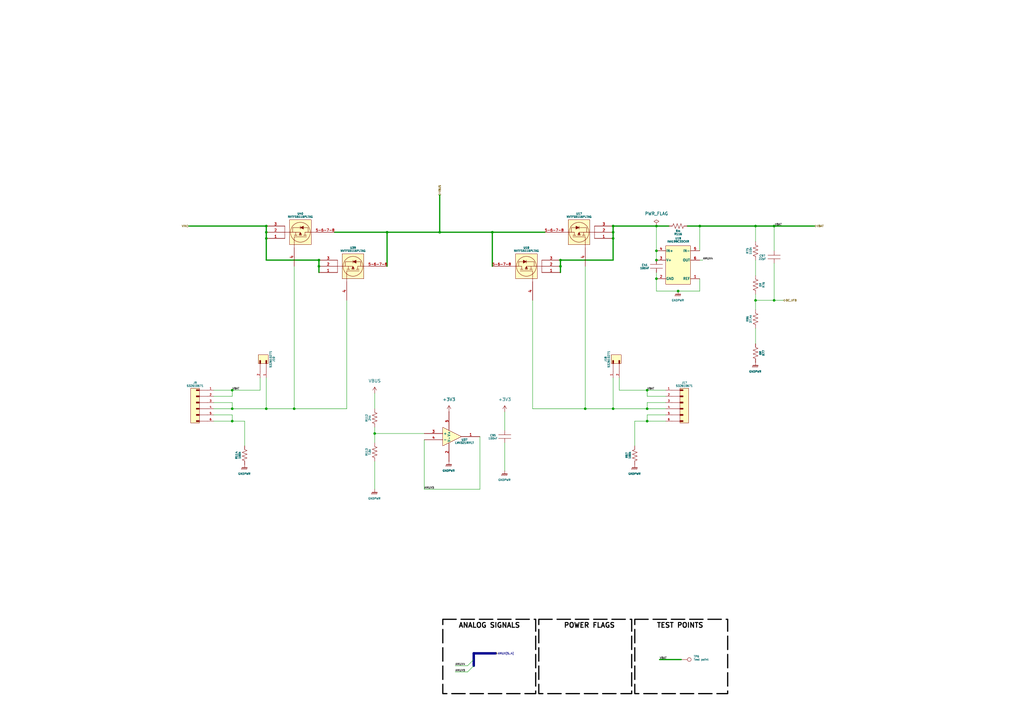
<source format=kicad_sch>
(kicad_sch (version 20231120) (generator "eeschema") (generator_version "8.0")
  (paper "A3")
  (title_block (title "Reliability Enhanced Electrical Power System") (date "2023-08-03") (rev "v0.0") (comment 1 "Davi Figueiredo <figueiredo.davi7@gmail.com> ") (comment 2 "João C. E. Barcellos <joaoclaudiobarcellos@gmail.com>") (comment 3 "Laura Debastiani <laudebastiani@gmail.com>"))
  (lib_symbols
    (symbol "532610271:532610271" (pin_names (offset 0))
      (property "Reference" "J?" (at 0 4.318 0))
      (property "Value" "532610271" (at 0 3.048 0))
      (symbol "532610271_1_1"
        (rectangle (start -1.778 2.032) (end 1.778 -2.032) (fill (type background)))
        (polyline (pts (xy 0.508 -1.27) (xy 5.08 -1.27)))
        (polyline (pts (xy 0.508 1.27) (xy 5.08 1.27)))
        (rectangle (start 0.508 -1.016) (end 1.778 -1.524) (fill (type outline)))
        (rectangle (start 0.508 1.524) (end 1.778 1.016) (fill (type outline)))
        (pin passive line (at 7.62 1.27 180) (length 2.54) (name "") (number "1"))
        (pin passive line (at 7.62 -1.27 180) (length 2.54) (name "") (number "2"))
        (pin no_connect line (at -5.08 1.27 0) (length 2.54) hide (name "MNTF") (number "3"))
        (pin no_connect line (at -5.08 -1.27 0) (length 2.54) hide (name "MNTS") (number "4"))
      )
    )
    (symbol "532610671:532610671" (pin_names (offset 0))
      (property "Reference" "J?" (at 0 9.398 0))
      (property "Value" "532610671" (at 0 8.128 0))
      (symbol "532610671_1_1"
        (rectangle (start -1.778 7.112) (end 1.778 -7.112) (fill (type background)))
        (polyline (pts (xy 0.508 -6.35) (xy 5.08 -6.35)))
        (polyline (pts (xy 0.508 -3.81) (xy 5.08 -3.81)))
        (polyline (pts (xy 0.508 -1.27) (xy 5.08 -1.27)))
        (polyline (pts (xy 0.508 1.27) (xy 5.08 1.27)))
        (polyline (pts (xy 0.508 3.81) (xy 5.08 3.81)))
        (polyline (pts (xy 0.508 6.35) (xy 5.08 6.35)))
        (rectangle (start 0.508 -6.096) (end 1.778 -6.604) (fill (type outline)))
        (rectangle (start 0.508 -3.556) (end 1.778 -4.064) (fill (type outline)))
        (rectangle (start 0.508 -1.016) (end 1.778 -1.524) (fill (type outline)))
        (rectangle (start 0.508 1.524) (end 1.778 1.016) (fill (type outline)))
        (rectangle (start 0.508 4.064) (end 1.778 3.556) (fill (type outline)))
        (rectangle (start 0.508 6.604) (end 1.778 6.096) (fill (type outline)))
        (pin passive line (at 7.62 6.35 180) (length 2.54) (name "") (number "1"))
        (pin passive line (at 7.62 3.81 180) (length 2.54) (name "") (number "2"))
        (pin passive line (at 7.62 1.27 180) (length 2.54) (name "") (number "3"))
        (pin passive line (at 7.62 -1.27 180) (length 2.54) (name "") (number "4"))
        (pin passive line (at 7.62 -3.81 180) (length 2.54) (name "") (number "5"))
        (pin passive line (at 7.62 -6.35 180) (length 2.54) (name "") (number "6"))
        (pin no_connect line (at -5.08 -1.27 0) (length 2.54) hide (name "MNTS") (number "7"))
        (pin no_connect line (at -5.08 1.27 0) (length 2.54) hide (name "MNTF") (number "8"))
      )
    )
    (symbol "C0603C104K5RACTU:C0603C104K5RACTU" (pin_numbers hide) (pin_names hide)
      (property "Reference" "C?" (at -4.826 0.508 0))
      (property "Value" "100nF" (at -4.826 -0.762 0))
      (symbol "C0603C104K5RACTU_0_1"
        (polyline (pts (xy 0 -1.27) (xy 0 -1.27)))
        (polyline (pts (xy 0 -1.27) (xy 0 -0.762)))
        (polyline (pts (xy 0 0.762) (xy 0 1.27)))
      )
      (symbol "C0603C104K5RACTU_1_0"
        (pin passive line (at 0 -2.54 90) (length 1.27) (name "") (number "1"))
        (pin passive line (at 0 2.54 270) (length 1.27) (name "") (number "2"))
      )
      (symbol "C0603C104K5RACTU_1_1"
        (polyline (pts (xy -2.54 -0.762) (xy 2.54 -0.762)))
        (polyline (pts (xy -2.54 0.762) (xy 2.54 0.762)))
      )
    )
    (symbol "C0603C220K5RACAUTO:C0603C220K5RACAUTO" (pin_numbers hide) (pin_names hide)
      (property "Reference" "C?" (at -4.826 0.508 0))
      (property "Value" "22pF" (at -4.826 -0.762 0))
      (symbol "C0603C220K5RACAUTO_0_1"
        (polyline (pts (xy 0 -1.27) (xy 0 -1.27)))
        (polyline (pts (xy 0 -1.27) (xy 0 -0.762)))
        (polyline (pts (xy 0 0.762) (xy 0 1.27)))
      )
      (symbol "C0603C220K5RACAUTO_1_0"
        (pin passive line (at 0 -2.54 90) (length 1.27) (name "") (number "1"))
        (pin passive line (at 0 2.54 270) (length 1.27) (name "") (number "2"))
      )
      (symbol "C0603C220K5RACAUTO_1_1"
        (polyline (pts (xy -2.54 -0.762) (xy 2.54 -0.762)))
        (polyline (pts (xy -2.54 0.762) (xy 2.54 0.762)))
      )
    )
    (symbol "CRCW06030000Z0EAHP:CRCW06030000Z0EAHP" (pin_numbers hide) (pin_names hide)
      (property "Reference" "R?" (at 0 3.302 0))
      (property "Value" "0R" (at 0 2.032 0))
      (symbol "CRCW06030000Z0EAHP_0_1"
        (polyline (pts (xy -2.286 0) (xy -2.54 0)))
        (polyline (pts (xy 2.286 0) (xy 2.54 0)))
        (polyline (pts (xy -2.286 0) (xy -1.905 1.016) (xy -1.524 0) (xy -1.143 -1.016) (xy -0.762 0)))
        (polyline (pts (xy -0.762 0) (xy -0.381 1.016) (xy 0 0) (xy 0.381 -1.016) (xy 0.762 0)))
        (polyline (pts (xy 0.762 0) (xy 1.143 1.016) (xy 1.524 0) (xy 1.905 -1.016) (xy 2.286 0)))
      )
      (symbol "CRCW06030000Z0EAHP_1_0"
        (pin passive line (at -3.81 0 0) (length 1.27) (name "") (number "1"))
        (pin passive line (at 3.81 0 180) (length 1.27) (name "") (number "2"))
      )
    )
    (symbol "CRCW0603100KFKEAHP:CRCW0603100KFKEAHP" (pin_numbers hide) (pin_names hide)
      (property "Reference" "R?" (at 0 3.302 0))
      (property "Value" "100k" (at 0 2.032 0))
      (symbol "CRCW0603100KFKEAHP_0_1"
        (polyline (pts (xy -2.286 0) (xy -2.54 0)))
        (polyline (pts (xy 2.286 0) (xy 2.54 0)))
        (polyline (pts (xy -2.286 0) (xy -1.905 1.016) (xy -1.524 0) (xy -1.143 -1.016) (xy -0.762 0)))
        (polyline (pts (xy -0.762 0) (xy -0.381 1.016) (xy 0 0) (xy 0.381 -1.016) (xy 0.762 0)))
        (polyline (pts (xy 0.762 0) (xy 1.143 1.016) (xy 1.524 0) (xy 1.905 -1.016) (xy 2.286 0)))
      )
      (symbol "CRCW0603100KFKEAHP_1_0"
        (pin passive line (at -3.81 0 0) (length 1.27) (name "") (number "1"))
        (pin passive line (at 3.81 0 180) (length 1.27) (name "") (number "2"))
      )
    )
    (symbol "CRCW0603110KFKEAHP:CRCW0603110KFKEAHP" (pin_numbers hide) (pin_names hide)
      (property "Reference" "R?" (at 0 3.302 0))
      (property "Value" "110k" (at 0 2.032 0))
      (symbol "CRCW0603110KFKEAHP_0_1"
        (polyline (pts (xy -2.286 0) (xy -2.54 0)))
        (polyline (pts (xy 2.286 0) (xy 2.54 0)))
        (polyline (pts (xy -2.286 0) (xy -1.905 1.016) (xy -1.524 0) (xy -1.143 -1.016) (xy -0.762 0)))
        (polyline (pts (xy -0.762 0) (xy -0.381 1.016) (xy 0 0) (xy 0.381 -1.016) (xy 0.762 0)))
        (polyline (pts (xy 0.762 0) (xy 1.143 1.016) (xy 1.524 0) (xy 1.905 -1.016) (xy 2.286 0)))
      )
      (symbol "CRCW0603110KFKEAHP_1_0"
        (pin passive line (at -3.81 0 0) (length 1.27) (name "") (number "1"))
        (pin passive line (at 3.81 0 180) (length 1.27) (name "") (number "2"))
      )
    )
    (symbol "CRCW060324K0FKEAHP:CRCW060324K0FKEAHP" (pin_numbers hide) (pin_names hide)
      (property "Reference" "R?" (at 0 3.302 0))
      (property "Value" "24k" (at 0 2.032 0))
      (symbol "CRCW060324K0FKEAHP_0_1"
        (polyline (pts (xy -2.286 0) (xy -2.54 0)))
        (polyline (pts (xy 2.286 0) (xy 2.54 0)))
        (polyline (pts (xy -2.286 0) (xy -1.905 1.016) (xy -1.524 0) (xy -1.143 -1.016) (xy -0.762 0)))
        (polyline (pts (xy -0.762 0) (xy -0.381 1.016) (xy 0 0) (xy 0.381 -1.016) (xy 0.762 0)))
        (polyline (pts (xy 0.762 0) (xy 1.143 1.016) (xy 1.524 0) (xy 1.905 -1.016) (xy 2.286 0)))
      )
      (symbol "CRCW060324K0FKEAHP_1_0"
        (pin passive line (at -3.81 0 0) (length 1.27) (name "") (number "1"))
        (pin passive line (at 3.81 0 180) (length 1.27) (name "") (number "2"))
      )
    )
    (symbol "CRCW060337K4FKEAHP:CRCW060337K4FKEAHP" (pin_numbers hide) (pin_names hide)
      (property "Reference" "R?" (at 0 3.302 0))
      (property "Value" "37.4k" (at 0 2.032 0))
      (symbol "CRCW060337K4FKEAHP_0_1"
        (polyline (pts (xy -2.286 0) (xy -2.54 0)))
        (polyline (pts (xy 2.286 0) (xy 2.54 0)))
        (polyline (pts (xy -2.286 0) (xy -1.905 1.016) (xy -1.524 0) (xy -1.143 -1.016) (xy -0.762 0)))
        (polyline (pts (xy -0.762 0) (xy -0.381 1.016) (xy 0 0) (xy 0.381 -1.016) (xy 0.762 0)))
        (polyline (pts (xy 0.762 0) (xy 1.143 1.016) (xy 1.524 0) (xy 1.905 -1.016) (xy 2.286 0)))
      )
      (symbol "CRCW060337K4FKEAHP_1_0"
        (pin passive line (at -3.81 0 0) (length 1.27) (name "") (number "1"))
        (pin passive line (at 3.81 0 180) (length 1.27) (name "") (number "2"))
      )
    )
    (symbol "CRCW06037K50FKEAHP:CRCW06037K50FKEAHP" (pin_numbers hide) (pin_names hide)
      (property "Reference" "R?" (at 0 3.302 0))
      (property "Value" "7.5k" (at 0 2.032 0))
      (symbol "CRCW06037K50FKEAHP_0_1"
        (polyline (pts (xy -2.286 0) (xy -2.54 0)))
        (polyline (pts (xy 2.286 0) (xy 2.54 0)))
        (polyline (pts (xy -2.286 0) (xy -1.905 1.016) (xy -1.524 0) (xy -1.143 -1.016) (xy -0.762 0)))
        (polyline (pts (xy -0.762 0) (xy -0.381 1.016) (xy 0 0) (xy 0.381 -1.016) (xy 0.762 0)))
        (polyline (pts (xy 0.762 0) (xy 1.143 1.016) (xy 1.524 0) (xy 1.905 -1.016) (xy 2.286 0)))
      )
      (symbol "CRCW06037K50FKEAHP_1_0"
        (pin passive line (at -3.81 0 0) (length 1.27) (name "") (number "1"))
        (pin passive line (at 3.81 0 180) (length 1.27) (name "") (number "2"))
      )
    )
    (symbol "INA199C3DCKR:INA199C3DCKR" (pin_names (offset 0.127))
      (property "Reference" "U" (at 21.59 24.13 0))
      (property "Value" "INA199C3DCKR" (at 21.59 22.86 0))
      (symbol "INA199C3DCKR_1_1"
        (rectangle (start 16.51 21.082) (end 26.67 5.334) (fill (type background)))
        (pin input line (at 30.48 7.62 180) (length 3.81) (name "REF") (number "1"))
        (pin power_in line (at 12.7 7.62 0) (length 3.81) (name "GND") (number "2"))
        (pin power_in line (at 12.7 15.24 0) (length 3.81) (name "V+") (number "3"))
        (pin input line (at 12.7 19.05 0) (length 3.81) (name "IN+") (number "4"))
        (pin input line (at 30.48 19.05 180) (length 3.81) (name "IN-") (number "5"))
        (pin output line (at 30.48 15.24 180) (length 3.81) (name "OUT") (number "6"))
      )
    )
    (symbol "LMV321RIYLT:LMV321RIYLT" (pin_names (offset 0.254))
      (property "Reference" "U" (at 6.35 0 0))
      (property "Value" "LMV321RIYLT" (at 6.35 -1.27 0))
      (symbol "LMV321RIYLT_1_1"
        (polyline (pts (xy -2.54 5.08) (xy -2.54 -2.54) (xy 5.08 1.27) (xy -2.54 5.08)) (fill (type background)))
        (pin output line (at 12.7 1.27 180) (length 7.62) (name "") (number "1"))
        (pin power_in line (at 0 -8.89 90) (length 7.62) (name "V-") (number "2"))
        (pin input line (at -10.16 2.54 0) (length 7.62) (name "+") (number "3"))
        (pin input line (at -10.16 0 0) (length 7.62) (name "-") (number "4"))
        (pin power_in line (at 0 11.43 270) (length 7.62) (name "V+") (number "5"))
      )
    )
    (symbol "NVTFS5116PLWFTAG:NVTFS5116PLTAG" (pin_names (offset 0.254))
      (property "Reference" "U" (at 27.94 -13.97 90))
      (property "Value" "NVTFS5116PLTAG" (at 26.67 -13.97 90))
      (symbol "NVTFS5116PLTAG_0_1"
        (polyline (pts (xy 13.97 -16.51) (xy 18.415 -16.51)))
        (polyline (pts (xy 18.415 -11.43) (xy 18.415 -16.51)))
        (polyline (pts (xy 19.05 -16.51) (xy 19.05 -15.24)))
        (polyline (pts (xy 19.05 -15.875) (xy 20.32 -15.875)))
        (polyline (pts (xy 19.05 -14.605) (xy 19.05 -13.335)))
        (polyline (pts (xy 19.05 -13.97) (xy 20.32 -13.97)))
        (polyline (pts (xy 19.05 -12.7) (xy 19.05 -11.43)))
        (polyline (pts (xy 19.05 -12.065) (xy 20.32 -12.065)))
        (polyline (pts (xy 19.685 -13.462) (xy 19.685 -13.462)))
        (polyline (pts (xy 20.32 -13.97) (xy 20.32 -20.32)))
        (polyline (pts (xy 20.32 -12.065) (xy 20.32 -7.62)))
        (polyline (pts (xy 21.59 -13.97) (xy 22.86 -13.97)))
        (polyline (pts (xy 22.86 -20.32) (xy 17.78 -20.32)))
        (polyline (pts (xy 20.32 -10.795) (xy 22.225 -10.795) (xy 22.225 -17.145) (xy 20.32 -17.145)))
        (circle (center 20.32 -13.97) (radius 4.066))
      )
      (symbol "NVTFS5116PLTAG_1_1"
        (polyline (pts (xy 19.431 -13.462) (xy 19.431 -14.478) (xy 20.193 -13.97) (xy 19.431 -13.462)) (fill (type outline)))
        (polyline (pts (xy 21.59 -12.7) (xy 22.86 -12.7) (xy 22.225 -13.97) (xy 21.59 -12.7)) (fill (type outline)))
        (rectangle (start 15.24 -9.525) (end 25.4 -18.415) (fill (type background)))
        (pin passive line (at 17.78 -27.94 90) (length 7.62) (name "") (number "1"))
        (pin passive line (at 20.32 -27.94 90) (length 7.62) (name "") (number "2"))
        (pin passive line (at 22.86 -27.94 90) (length 7.62) (name "") (number "3"))
        (pin passive line (at 6.35 -16.51 0) (length 7.62) (name "") (number "4"))
        (pin passive line (at 20.32 0 270) (length 7.62) (name "") (number "5-6-7-8"))
      )
    )
    (symbol "TESTPOINT:TestPoint" (pin_numbers hide) (pin_names (offset 0.762) hide)
      (property "Reference" "TP" (at -1.27 5.08 90))
      (property "Value" "Test point" (at 0 5.08 90))
      (symbol "TestPoint_0_1"
        (circle (center 0 3.302) (radius 0.762))
      )
      (symbol "TestPoint_1_1"
        (pin passive line (at 0 0 90) (length 2.54) (name "1") (number "1"))
      )
    )
    (symbol "WSL20108L000FEA18:WSL20108L000FEA18" (pin_numbers hide) (pin_names hide)
      (property "Reference" "R?" (at 0 3.302 0))
      (property "Value" "8m" (at 0 2.032 0))
      (symbol "WSL20108L000FEA18_0_1"
        (polyline (pts (xy -2.286 0) (xy -2.54 0)))
        (polyline (pts (xy 2.286 0) (xy 2.54 0)))
        (polyline (pts (xy -2.286 0) (xy -1.905 1.016) (xy -1.524 0) (xy -1.143 -1.016) (xy -0.762 0)))
        (polyline (pts (xy -0.762 0) (xy -0.381 1.016) (xy 0 0) (xy 0.381 -1.016) (xy 0.762 0)))
        (polyline (pts (xy 0.762 0) (xy 1.143 1.016) (xy 1.524 0) (xy 1.905 -1.016) (xy 2.286 0)))
      )
      (symbol "WSL20108L000FEA18_1_0"
        (pin passive line (at -3.81 0 0) (length 1.27) (name "") (number "1"))
        (pin passive line (at 3.81 0 180) (length 1.27) (name "") (number "2"))
      )
    )
    (symbol "power:+3V3" (power) (pin_numbers hide) (pin_names (offset 0) hide)
      (property "Value" "+3V3" (at 0 3.556 0))
      (symbol "+3V3_0_1"
        (polyline (pts (xy -0.762 1.27) (xy 0 2.54)))
        (polyline (pts (xy 0 0) (xy 0 2.54)))
        (polyline (pts (xy 0 2.54) (xy 0.762 1.27)))
      )
      (symbol "+3V3_1_1"
        (pin power_in line (at 0 0 90) (length 0) (name "~") (number "1"))
      )
    )
    (symbol "power:GNDPWR" (power) (pin_numbers hide) (pin_names (offset 0) hide)
      (property "Value" "GNDPWR" (at 0 -3.302 0))
      (symbol "GNDPWR_0_1"
        (polyline (pts (xy 0 -1.27) (xy 0 0)))
        (polyline (pts (xy -1.016 -1.27) (xy -1.27 -2.032) (xy -1.27 -2.032)) (stroke (width 0.2032)))
        (polyline (pts (xy -0.508 -1.27) (xy -0.762 -2.032) (xy -0.762 -2.032)) (stroke (width 0.2032)))
        (polyline (pts (xy 0 -1.27) (xy -0.254 -2.032) (xy -0.254 -2.032)) (stroke (width 0.2032)))
        (polyline (pts (xy 0.508 -1.27) (xy 0.254 -2.032) (xy 0.254 -2.032)) (stroke (width 0.2032)))
        (polyline (pts (xy 1.016 -1.27) (xy -1.016 -1.27) (xy -1.016 -1.27)) (stroke (width 0.2032)))
        (polyline (pts (xy 1.016 -1.27) (xy 0.762 -2.032) (xy 0.762 -2.032) (xy 0.762 -2.032)) (stroke (width 0.2032)))
      )
      (symbol "GNDPWR_1_1"
        (pin power_in line (at 0 0 270) (length 0) (name "~") (number "1"))
      )
    )
    (symbol "power:PWR_FLAG" (power) (pin_numbers hide) (pin_names (offset 0) hide)
      (property "Value" "PWR_FLAG" (at 0 3.81 0))
      (symbol "PWR_FLAG_0_0"
        (pin power_out line (at 0 0 90) (length 0) (name "~") (number "1"))
      )
      (symbol "PWR_FLAG_0_1"
        (polyline (pts (xy 0 0) (xy 0 1.27) (xy -1.016 1.905) (xy 0 2.54) (xy 1.016 1.905) (xy 0 1.27)))
      )
    )
    (symbol "power:VBUS" (power) (pin_numbers hide) (pin_names (offset 0) hide)
      (property "Value" "VBUS" (at 0 3.556 0))
      (symbol "VBUS_0_1"
        (polyline (pts (xy -0.762 1.27) (xy 0 2.54)))
        (polyline (pts (xy 0 0) (xy 0 2.54)))
        (polyline (pts (xy 0 2.54) (xy 0.762 1.27)))
      )
      (symbol "VBUS_1_1"
        (pin power_in line (at 0 0 90) (length 0) (name "~") (number "1"))
      )
    )
  )
  (junction (at 309.88 92.71))
  (junction (at 109.22 92.71))
  (junction (at 120.65 167.64))
  (junction (at 251.46 167.64))
  (junction (at 269.24 114.3))
  (junction (at 317.5 123.19))
  (junction (at 130.81 106.68))
  (junction (at 109.22 95.25))
  (junction (at 130.81 109.22))
  (junction (at 153.67 177.8))
  (junction (at 269.24 106.68))
  (junction (at 95.25 172.72))
  (junction (at 158.75 95.25))
  (junction (at 95.25 160.02))
  (junction (at 265.43 160.02))
  (junction (at 240.03 167.64))
  (junction (at 229.87 106.68))
  (junction (at 251.46 97.79))
  (junction (at 265.43 167.64))
  (junction (at 251.46 95.25))
  (junction (at 278.13 119.38))
  (junction (at 109.22 167.64))
  (junction (at 309.88 123.19))
  (junction (at 287.02 92.71))
  (junction (at 269.24 102.87))
  (junction (at 95.25 167.64))
  (junction (at 317.5 92.71))
  (junction (at 265.43 172.72))
  (junction (at 251.46 92.71))
  (junction (at 201.93 95.25))
  (junction (at 109.22 97.79))
  (junction (at 269.24 92.71))
  (junction (at 229.87 109.22))
  (junction (at 180.34 95.25))
  (bus_entry (at 194.31 273.05) (size -2.54 2.54))
  (bus_entry (at 194.31 270.51) (size -2.54 2.54))
  (wire (pts (xy 142.24 167.64) (xy 120.65 167.64)))
  (wire (pts (xy 270.51 270.51) (xy 279.4 270.51)) (stroke (width 0.5)))
  (wire (pts (xy 130.81 106.68) (xy 130.81 109.22)) (stroke (width 0.5)))
  (wire (pts (xy 95.25 160.02) (xy 106.68 160.02)))
  (wire (pts (xy 317.5 123.19) (xy 321.31 123.19)))
  (wire (pts (xy 153.67 161.29) (xy 153.67 167.64)))
  (bus (pts (xy 194.31 267.97) (xy 203.2 267.97)) (stroke (width 1)))
  (wire (pts (xy 309.88 106.68) (xy 309.88 113.03)))
  (wire (pts (xy 201.93 95.25) (xy 223.52 95.25)) (stroke (width 0.5)))
  (wire (pts (xy 287.02 106.68) (xy 288.29 106.68)))
  (wire (pts (xy 153.67 175.26) (xy 153.67 177.8)))
  (wire (pts (xy 229.87 106.68) (xy 229.87 109.22)) (stroke (width 0.5)))
  (wire (pts (xy 95.25 167.64) (xy 109.22 167.64)))
  (wire (pts (xy 251.46 167.64) (xy 240.03 167.64)))
  (wire (pts (xy 317.5 107.95) (xy 317.5 123.19)))
  (wire (pts (xy 109.22 167.64) (xy 109.22 154.94)))
  (wire (pts (xy 273.05 160.02) (xy 265.43 160.02)))
  (wire (pts (xy 265.43 167.64) (xy 273.05 167.64)))
  (wire (pts (xy 218.44 167.64) (xy 240.03 167.64)))
  (wire (pts (xy 106.68 160.02) (xy 106.68 154.94)))
  (wire (pts (xy 265.43 167.64) (xy 251.46 167.64)))
  (bus (pts (xy 194.31 267.97) (xy 194.31 270.51)) (stroke (width 1)))
  (wire (pts (xy 109.22 106.68) (xy 109.22 97.79)) (stroke (width 0.5)))
  (wire (pts (xy 218.44 123.19) (xy 218.44 167.64)))
  (wire (pts (xy 269.24 102.87) (xy 269.24 106.68)))
  (wire (pts (xy 309.88 123.19) (xy 317.5 123.19)))
  (wire (pts (xy 265.43 160.02) (xy 254 160.02)))
  (wire (pts (xy 196.85 200.66) (xy 196.85 179.07)))
  (wire (pts (xy 77.47 92.71) (xy 109.22 92.71)) (stroke (width 0.5)))
  (wire (pts (xy 273.05 170.18) (xy 265.43 170.18)))
  (wire (pts (xy 309.88 134.62) (xy 309.88 140.97)))
  (wire (pts (xy 229.87 106.68) (xy 251.46 106.68)) (stroke (width 0.5)))
  (wire (pts (xy 173.99 200.66) (xy 196.85 200.66)))
  (wire (pts (xy 87.63 170.18) (xy 95.25 170.18)))
  (wire (pts (xy 269.24 92.71) (xy 274.32 92.71)) (stroke (width 0.5)))
  (wire (pts (xy 273.05 162.56) (xy 265.43 162.56)))
  (wire (pts (xy 158.75 95.25) (xy 180.34 95.25)) (stroke (width 0.5)))
  (wire (pts (xy 287.02 92.71) (xy 287.02 102.87)))
  (wire (pts (xy 269.24 92.71) (xy 269.24 102.87)))
  (wire (pts (xy 269.24 119.38) (xy 278.13 119.38)))
  (wire (pts (xy 265.43 172.72) (xy 265.43 170.18)))
  (wire (pts (xy 173.99 180.34) (xy 173.99 200.66)))
  (wire (pts (xy 240.03 109.22) (xy 240.03 167.64)))
  (wire (pts (xy 201.93 95.25) (xy 201.93 109.22)) (stroke (width 0.5)))
  (wire (pts (xy 251.46 92.71) (xy 251.46 95.25)) (stroke (width 0.5)))
  (wire (pts (xy 317.5 92.71) (xy 334.01 92.71)) (stroke (width 0.5)))
  (wire (pts (xy 180.34 95.25) (xy 201.93 95.25)) (stroke (width 0.5)))
  (wire (pts (xy 273.05 165.1) (xy 265.43 165.1)))
  (wire (pts (xy 260.35 172.72) (xy 265.43 172.72)))
  (wire (pts (xy 229.87 109.22) (xy 229.87 111.76)) (stroke (width 0.5)))
  (wire (pts (xy 120.65 109.22) (xy 120.65 167.64)))
  (wire (pts (xy 186.69 275.59) (xy 191.77 275.59)))
  (wire (pts (xy 269.24 114.3) (xy 269.24 119.38)))
  (wire (pts (xy 87.63 172.72) (xy 95.25 172.72)))
  (wire (pts (xy 269.24 111.76) (xy 269.24 114.3)))
  (bus (pts (xy 194.31 270.51) (xy 194.31 273.05)) (stroke (width 1)))
  (wire (pts (xy 95.25 172.72) (xy 95.25 170.18)))
  (wire (pts (xy 309.88 120.65) (xy 309.88 123.19)))
  (wire (pts (xy 158.75 95.25) (xy 158.75 109.22)) (stroke (width 0.5)))
  (wire (pts (xy 87.63 167.64) (xy 95.25 167.64)))
  (wire (pts (xy 309.88 123.19) (xy 309.88 127)))
  (wire (pts (xy 153.67 177.8) (xy 153.67 181.61)))
  (wire (pts (xy 281.94 92.71) (xy 287.02 92.71)) (stroke (width 0.5)))
  (wire (pts (xy 109.22 92.71) (xy 109.22 95.25)) (stroke (width 0.5)))
  (wire (pts (xy 207.01 168.91) (xy 207.01 176.53)))
  (wire (pts (xy 287.02 119.38) (xy 278.13 119.38)))
  (wire (pts (xy 265.43 165.1) (xy 265.43 167.64)))
  (wire (pts (xy 254 160.02) (xy 254 154.94)))
  (wire (pts (xy 260.35 172.72) (xy 260.35 182.88)))
  (wire (pts (xy 87.63 162.56) (xy 95.25 162.56)))
  (wire (pts (xy 173.99 177.8) (xy 153.67 177.8)))
  (wire (pts (xy 309.88 92.71) (xy 317.5 92.71)) (stroke (width 0.5)))
  (wire (pts (xy 137.16 95.25) (xy 158.75 95.25)) (stroke (width 0.5)))
  (wire (pts (xy 265.43 162.56) (xy 265.43 160.02)))
  (wire (pts (xy 180.34 80.01) (xy 180.34 95.25)) (stroke (width 0.5)))
  (wire (pts (xy 95.25 162.56) (xy 95.25 160.02)))
  (wire (pts (xy 186.69 273.05) (xy 191.77 273.05)))
  (wire (pts (xy 251.46 92.71) (xy 269.24 92.71)) (stroke (width 0.5)))
  (wire (pts (xy 100.33 172.72) (xy 95.25 172.72)))
  (wire (pts (xy 207.01 181.61) (xy 207.01 193.04)))
  (wire (pts (xy 251.46 167.64) (xy 251.46 154.94)))
  (wire (pts (xy 317.5 92.71) (xy 317.5 102.87)))
  (wire (pts (xy 142.24 123.19) (xy 142.24 167.64)))
  (wire (pts (xy 130.81 106.68) (xy 109.22 106.68)) (stroke (width 0.5)))
  (wire (pts (xy 287.02 92.71) (xy 309.88 92.71)) (stroke (width 0.5)))
  (wire (pts (xy 109.22 167.64) (xy 120.65 167.64)))
  (wire (pts (xy 87.63 160.02) (xy 95.25 160.02)))
  (wire (pts (xy 273.05 172.72) (xy 265.43 172.72)))
  (wire (pts (xy 95.25 165.1) (xy 95.25 167.64)))
  (wire (pts (xy 251.46 95.25) (xy 251.46 97.79)) (stroke (width 0.5)))
  (wire (pts (xy 109.22 95.25) (xy 109.22 97.79)) (stroke (width 0.5)))
  (wire (pts (xy 100.33 172.72) (xy 100.33 182.88)))
  (wire (pts (xy 153.67 200.66) (xy 153.67 189.23)))
  (wire (pts (xy 87.63 165.1) (xy 95.25 165.1)))
  (wire (pts (xy 251.46 106.68) (xy 251.46 97.79)) (stroke (width 0.5)))
  (wire (pts (xy 309.88 92.71) (xy 309.88 99.06)))
  (wire (pts (xy 130.81 109.22) (xy 130.81 111.76)) (stroke (width 0.5)))
  (wire (pts (xy 287.02 114.3) (xy 287.02 119.38)))
  (rectangle (start 220.98 254) (end 259.08 284.48) (stroke (width 0.5) (type dash) (color 0 0 0 1)))
  (rectangle (start 181.61 254) (end 219.71 284.48) (stroke (width 0.5) (type dash) (color 0 0 0 1)))
  (rectangle (start 260.35 254) (end 298.45 284.48) (stroke (width 0.5) (type dash) (color 0 0 0 1)))
  (text "POWER FLAGS\n" (at 231.14 257.81 0) (effects (font (size 2 2) (thickness 0.4) (bold yes)) (justify left bottom)))
  (text "ANALOG SIGNALS" (at 187.96 257.81 0) (effects (font (size 2 2) (thickness 0.4) (bold yes)) (justify left bottom)))
  (text "TEST POINTS" (at 269.24 257.81 0) (effects (font (size 2 2) (thickness 0.4) (bold yes)) (justify left bottom)))
  (label "VBAT" (at 95.25 160.02 0) (effects (font (size 0.8 0.8))))
  (label "VBAT" (at 265.43 160.02 0) (effects (font (size 0.8 0.8))))
  (label "AMUX4" (at 186.69 273.05 0) (effects (font (size 0.8 0.8))))
  (label "VBAT" (at 270.51 270.51 0) (effects (font (size 0.8 0.8))))
  (label "VBAT" (at 317.7392 92.71 0) (effects (font (size 0.8 0.8))))
  (label "AMUX5" (at 173.99 200.66 0) (effects (font (size 0.8 0.8))))
  (label "AMUX4" (at 288.29 106.68 0) (effects (font (size 0.8 0.8))))
  (label "AMUX5" (at 186.69 275.59 0) (effects (font (size 0.8 0.8))))
  (hierarchical_label "BC_VFB" (shape bidirectional) (at 321.31 123.19 0) (effects (font (size 0.8 0.8))))
  (hierarchical_label "VIN" (shape input) (at 77.47 92.71 180) (effects (font (size 0.8 0.8))))
  (hierarchical_label "AMUX[5..4]" (shape output) (at 203.2 267.97 0) (effects (font (size 0.8 0.8))))
  (hierarchical_label "VBAT" (shape bidirectional) (at 334.01 92.71 0) (effects (font (size 0.8 0.8))))
  (hierarchical_label "VBUS" (shape output) (at 180.34 80.01 90) (effects (font (size 0.8 0.8))))
  (symbol (lib_id "NVTFS5116PLWFTAG:NVTFS5116PLTAG") (at 223.52 115.57 90) (unit 1)
    (property "Reference" "U17" (at 237.49 87.63 90) (effects (font (size 0.8 0.8))))
    (property "Value" "NVTFS5116PLTAG" (at 237.49 88.9 90) (effects (font (size 0.8 0.8))))
    (property "Footprint" "footprints:NVTFS5116PLTAG" (effects (hide yes)))
    (property "Datasheet" "https://br.mouser.com/datasheet/2/308/1/NVTFS5116PL_D-2319932.pdf" (effects (hide yes)))
    (property "Package" "WDFN-8 " (effects (hide yes)))
    (property "MPN" "NVTFS5116PLTAG" (effects (hide yes)))
    (property "Manufacturer" "onsemi" (effects (hide yes)))
  )
  (symbol (lib_id "CRCW06030000Z0EAHP:CRCW06030000Z0EAHP") (at 309.88 144.78 270) (unit 1)
    (property "Reference" "R77" (at 313.182 144.78 0) (effects (font (size 0.8 0.8))))
    (property "Value" "0R" (at 311.912 144.78 0) (effects (font (size 0.8 0.8))))
    (property "Footprint" "footprints:RES0603" (effects (hide yes)))
    (property "Datasheet" "https://www.vishay.com/docs/20043/crcwhpe3.pdf" (effects (hide yes)))
    (property "Description" "Jumper, 0.33W, 0R, 1%" (effects (hide yes)))
    (property "MPN" "CRCW06030000Z0EAHP" (effects (hide yes)))
    (property "Package" "SMD 0603" (effects (hide yes)))
    (property "Manufacturer" "Vishay" (effects (hide yes)))
  )
  (symbol (lib_id "C0603C104K5RACTU:C0603C104K5RACTU") (at 207.01 179.07 0) (unit 1)
    (property "Reference" "C95" (at 202.184 178.562 0) (effects (font (size 0.8 0.8))))
    (property "Value" "100nF" (at 202.184 179.832 0) (effects (font (size 0.8 0.8))))
    (property "Footprint" "footprints:CAP0603" (effects (hide yes)))
    (property "Datasheet" "https://br.mouser.com/datasheet/2/447/KEM_C1002_X7R_SMD-3316098.pdf" (effects (hide yes)))
    (property "Description" "Capacitor, 100nF, 5%" (effects (hide yes)))
    (property "Manufacturer" "KEMET" (effects (hide yes)))
    (property "MPN" "C0603C104K5RACTU" (effects (hide yes)))
    (property "Package" "SMD 0603" (effects (hide yes)))
    (instances (project "eps-re_project" (path "" (reference "C95") (unit 1))) (project "Pag4" (path "" (reference "C1") (unit 1))) (project "esquematico 3" (path "" (reference "C301") (unit 1))))
  )
  (symbol (lib_id "INA199C3DCKR:INA199C3DCKR") (at 256.54 121.92 0) (unit 1)
    (property "Reference" "U19" (at 278.13 97.79 0) (effects (font (size 0.8 0.8))))
    (property "Value" "INA199C3DCKR" (at 278.13 99.06 0) (effects (font (size 0.8 0.8))))
    (property "Footprint" "footprints:INA199C3DCKR" (effects (hide yes)))
    (property "Datasheet" "https://www.ti.com/lit/ds/symlink/ina199.pdf?HQS=dis-mous-null-mousermode-dsf-pf-null-wwe&ts=1699134415152" (effects (hide yes)))
    (property "Package" "SC70-6" (effects (hide yes)))
    (property "Manufacturer" "TI" (effects (hide yes)))
    (property "MPN" "INA199C3DCKR" (effects (hide yes)))
  )
  (symbol (lib_id "power:GNDPWR") (at 309.88 148.59 0) (unit 1)
    (property "Reference" "#PWR0116" (effects (hide yes)))
    (property "Value" "GNDPWR" (at 309.753 152.4 0) (effects (font (size 0.8 0.8))))
    (property "Description" "Power symbol creates a global label with name \"GNDPWR\" , global ground" (effects (hide yes)))
  )
  (symbol (lib_id "power:GNDPWR") (at 100.33 190.5 0) (unit 1)
    (property "Reference" "#PWR044" (effects (hide yes)))
    (property "Value" "GNDPWR" (at 100.203 194.31 0) (effects (font (size 0.8 0.8))))
    (property "Description" "Power symbol creates a global label with name \"GNDPWR\" , global ground" (effects (hide yes)))
  )
  (symbol (lib_id "power:GNDPWR") (at 184.15 189.23 0) (unit 1)
    (property "Reference" "#PWR0103" (effects (hide yes)))
    (property "Value" "GNDPWR" (at 184.023 193.04 0) (effects (font (size 0.8 0.8))))
    (property "Description" "Power symbol creates a global label with name \"GNDPWR\" , global ground" (effects (hide yes)))
  )
  (symbol (lib_id "power:+3V3") (at 207.01 168.91 0) (unit 1)
    (property "Reference" "#PWR0126" (effects (hide yes)))
    (property "Value" "+3V3" (at 207.01 163.83 0))
    (property "Description" "Power symbol creates a global label with name \"+3V3\"" (effects (hide yes)))
    (instances (project "eps-re_project" (path "" (reference "#PWR0126") (unit 1))) (project "Pag4" (path "" (reference "#PWR06") (unit 1))) (project "esquematico 3" (path "" (reference "#PWR03") (unit 1))))
  )
  (symbol (lib_id "CRCW060337K4FKEAHP:CRCW060337K4FKEAHP") (at 309.88 130.81 90) (unit 1)
    (property "Reference" "R86" (at 306.578 130.81 0) (effects (font (size 0.8 0.8))))
    (property "Value" "37.4k" (at 307.848 130.81 0) (effects (font (size 0.8 0.8))))
    (property "Footprint" "footprints:RES0603" (effects (hide yes)))
    (property "Datasheet" "https://www.vishay.com/docs/20043/crcwhpe3.pdf" (effects (hide yes)))
    (property "Description" "Resistor, 0.25W, 37.4k, 1%" (effects (hide yes)))
    (property "MPN" "CRCW060337K4FKEAHP" (effects (hide yes)))
    (property "Package" "SMD 0603" (effects (hide yes)))
    (property "Manufacturer" "Vishay" (effects (hide yes)))
  )
  (symbol (lib_id "NVTFS5116PLWFTAG:NVTFS5116PLTAG") (at 137.16 115.57 270) (mirror x) (unit 1)
    (property "Reference" "U40" (at 123.19 87.63 90) (effects (font (size 0.8 0.8))))
    (property "Value" "NVTFS5116PLTAG" (at 123.19 88.9 90) (effects (font (size 0.8 0.8))))
    (property "Footprint" "footprints:NVTFS5116PLTAG" (effects (hide yes)))
    (property "Datasheet" "https://br.mouser.com/datasheet/2/308/1/NVTFS5116PL_D-2319932.pdf" (effects (hide yes)))
    (property "Package" "WDFN-8 " (effects (hide yes)))
    (property "MPN" "NVTFS5116PLTAG" (effects (hide yes)))
    (property "Manufacturer" "onsemi" (effects (hide yes)))
  )
  (symbol (lib_id "NVTFS5116PLWFTAG:NVTFS5116PLTAG") (at 158.75 129.54 270) (mirror x) (unit 1)
    (property "Reference" "U39" (at 144.78 101.6 90) (effects (font (size 0.8 0.8))))
    (property "Value" "NVTFS5116PLTAG" (at 144.78 102.87 90) (effects (font (size 0.8 0.8))))
    (property "Footprint" "footprints:NVTFS5116PLTAG" (effects (hide yes)))
    (property "Datasheet" "https://br.mouser.com/datasheet/2/308/1/NVTFS5116PL_D-2319932.pdf" (effects (hide yes)))
    (property "Package" "WDFN-8 " (effects (hide yes)))
    (property "MPN" "NVTFS5116PLTAG" (effects (hide yes)))
    (property "Manufacturer" "onsemi" (effects (hide yes)))
  )
  (symbol (lib_id "C0603C220K5RACAUTO:C0603C220K5RACAUTO") (at 317.5 105.41 0) (unit 1)
    (property "Reference" "C97" (at 312.674 104.902 0) (effects (font (size 0.8 0.8))))
    (property "Value" "22pF" (at 312.674 106.172 0) (effects (font (size 0.8 0.8))))
    (property "Footprint" "footprints:CAP0603" (effects (hide yes)))
    (property "Datasheet" "https://api.kemet.com/component-edge/download/datasheet/C0603C100J5GACAUTO.pdf" (effects (hide yes)))
    (property "Description" "Capacitor, 22pF, 5%" (effects (hide yes)))
    (property "Manufacturer" "KEMET" (effects (hide yes)))
    (property "Package" "SMD 0603" (effects (hide yes)))
    (property "MPN" "C0603C220K5RACAUTO" (effects (hide yes)))
    (instances (project "eps-re_project" (path "" (reference "C97") (unit 1))) (project "Pag4" (path "" (reference "C3") (unit 1))) (project "esquematico 3" (path "" (reference "C300") (unit 1))))
  )
  (symbol (lib_id "power:GNDPWR") (at 153.67 200.66 0) (unit 1)
    (property "Reference" "#PWR0111" (effects (hide yes)))
    (property "Value" "GNDPWR" (at 153.543 204.47 0) (effects (font (size 0.8 0.8))))
    (property "Description" "Power symbol creates a global label with name \"GNDPWR\" , global ground" (effects (hide yes)))
  )
  (symbol (lib_id "C0603C104K5RACTU:C0603C104K5RACTU") (at 269.24 109.22 0) (unit 1)
    (property "Reference" "C41" (at 264.414 108.712 0) (effects (font (size 0.8 0.8))))
    (property "Value" "100nF" (at 264.414 109.982 0) (effects (font (size 0.8 0.8))))
    (property "Footprint" "footprints:CAP0603" (effects (hide yes)))
    (property "Datasheet" "https://br.mouser.com/datasheet/2/447/KEM_C1002_X7R_SMD-3316098.pdf" (effects (hide yes)))
    (property "Description" "Capacitor, 100nF, 5%" (effects (hide yes)))
    (property "Manufacturer" "KEMET" (effects (hide yes)))
    (property "MPN" "C0603C104K5RACTU" (effects (hide yes)))
    (property "Package" "SMD 0603" (effects (hide yes)))
    (instances (project "eps-re_project" (path "" (reference "C41") (unit 1))) (project "EPS Analogico" (path "" (reference "C1") (unit 1))))
  )
  (symbol (lib_id "532610671:532610671") (at 80.01 166.37 0) (unit 1)
    (property "Reference" "J9" (at 80.01 156.972 0) (effects (font (size 0.8 0.8))))
    (property "Value" "532610671" (at 80.01 158.242 0) (effects (font (size 0.8 0.8))))
    (property "Footprint" "footprints:532610671" (effects (hide yes)))
    (property "Datasheet" "https://www.molex.com/en-us/products/part-detail/532610671?display=pdf" (effects (hide yes)))
    (property "Description" "PicoBlade header, single row, right-angle, 1.25mm pitch, 6 pins" (effects (hide yes)))
    (property "Manufacturer" "Molex" (effects (hide yes)))
    (property "MPN" "532610671" (effects (hide yes)))
    (property "Package" "N/A" (effects (hide yes)))
  )
  (symbol (lib_id "CRCW06037K50FKEAHP:CRCW06037K50FKEAHP") (at 153.67 185.42 90) (unit 1)
    (property "Reference" "R113" (at 150.368 185.42 0) (effects (font (size 0.8 0.8))))
    (property "Value" "7.5k" (at 151.638 185.42 0) (effects (font (size 0.8 0.8))))
    (property "Footprint" "footprints:RES0603" (effects (hide yes)))
    (property "Datasheet" "https://www.vishay.com/docs/20043/crcwhpe3.pdf" (effects (hide yes)))
    (property "Description" "Resistor, 0.33W, 7.5k, 1%" (effects (hide yes)))
    (property "Manufacturer" "Vishay" (effects (hide yes)))
    (property "Package" "SMD 0603" (effects (hide yes)))
    (property "MPN" "CRCW06037K50FKEAHP" (effects (hide yes)))
    (instances (project "eps-re_project" (path "" (reference "R113") (unit 1))) (project "Pag4" (path "" (reference "R2") (unit 1))) (project "esquematico 3" (path "" (reference "R308") (unit 1))))
  )
  (symbol (lib_id "CRCW060324K0FKEAHP:CRCW060324K0FKEAHP") (at 153.67 171.45 90) (unit 1)
    (property "Reference" "R112" (at 150.368 171.45 0) (effects (font (size 0.8 0.8))))
    (property "Value" "24k" (at 151.638 171.45 0) (effects (font (size 0.8 0.8))))
    (property "Footprint" "footprints:RES0603" (effects (hide yes)))
    (property "Datasheet" "https://www.vishay.com/docs/20043/crcwhpe3.pdf" (effects (hide yes)))
    (property "Description" "Resistor, 0.33W, 24k, 1%" (effects (hide yes)))
    (property "MPN" "CRCW060324K0FKEAHP" (effects (hide yes)))
    (property "Manufacturer" "Vishay" (effects (hide yes)))
    (property "Package" "SMD 0603" (effects (hide yes)))
    (instances (project "eps-re_project" (path "" (reference "R112") (unit 1))) (project "Pag4" (path "" (reference "R1") (unit 1))) (project "esquematico 3" (path "" (reference "R307") (unit 1))))
  )
  (symbol (lib_id "power:+3V3") (at 184.15 168.91 0) (unit 1)
    (property "Reference" "#PWR0125" (effects (hide yes)))
    (property "Value" "+3V3" (at 184.15 163.83 0))
    (property "Description" "Power symbol creates a global label with name \"+3V3\"" (effects (hide yes)))
    (instances (project "eps-re_project" (path "" (reference "#PWR0125") (unit 1))) (project "Pag4" (path "" (reference "#PWR06") (unit 1))) (project "esquematico 3" (path "" (reference "#PWR03") (unit 1))))
  )
  (symbol (lib_id "CRCW0603100KFKEAHP:CRCW0603100KFKEAHP") (at 100.33 186.69 90) (unit 1)
    (property "Reference" "R114" (at 97.028 186.69 0) (effects (font (size 0.8 0.8))))
    (property "Value" "100k" (at 98.298 186.69 0) (effects (font (size 0.8 0.8))))
    (property "Footprint" "footprints:RES0603" (effects (hide yes)))
    (property "Datasheet" "https://www.vishay.com/docs/20043/crcwhpe3.pdf" (effects (hide yes)))
    (property "Description" "Resistor, 0.33W, 100k, 1%" (effects (hide yes)))
    (property "Package" "SMD 0603" (effects (hide yes)))
    (property "Manufacturer" "Vishay" (effects (hide yes)))
    (property "MPN" "CRCW0603100KFKEAHP" (effects (hide yes)))
    (instances (project "eps-re_project" (path "" (reference "R114") (unit 1))) (project "Pag4" (path "" (reference "R3") (unit 1))) (project "esquematico 3" (path "" (reference "R308") (unit 1))))
  )
  (symbol (lib_id "power:GNDPWR") (at 260.35 190.5 0) (unit 1)
    (property "Reference" "#PWR07" (effects (hide yes)))
    (property "Value" "GNDPWR" (at 260.223 194.31 0) (effects (font (size 0.8 0.8))))
    (property "Description" "Power symbol creates a global label with name \"GNDPWR\" , global ground" (effects (hide yes)))
  )
  (symbol (lib_id "power:GNDPWR") (at 207.01 193.04 0) (unit 1)
    (property "Reference" "#PWR050" (effects (hide yes)))
    (property "Value" "GNDPWR" (at 206.883 196.85 0) (effects (font (size 0.8 0.8))))
    (property "Description" "Power symbol creates a global label with name \"GNDPWR\" , global ground" (effects (hide yes)))
  )
  (symbol (lib_id "power:PWR_FLAG") (at 269.24 92.71 0) (unit 1)
    (property "Reference" "#FLG09" (effects (hide yes)))
    (property "Value" "PWR_FLAG" (at 269.24 87.63 0))
    (property "Description" "Special symbol for telling ERC where power comes from" (effects (hide yes)))
  )
  (symbol (lib_id "WSL20108L000FEA18:WSL20108L000FEA18") (at 278.13 92.71 180) (unit 1)
    (property "Reference" "R116" (at 278.13 96.012 0) (effects (font (size 0.8 0.8))))
    (property "Value" "8m" (at 278.13 94.742 0) (effects (font (size 0.8 0.8))))
    (property "Footprint" "footprints:RES2010" (effects (hide yes)))
    (property "Datasheet" "https://www.vishay.com/docs/31057/wslhigh.pdf" (effects (hide yes)))
    (property "Description" "Current sense resistor, 1W, 0.008R, 1%" (effects (hide yes)))
    (property "MPN" "WSL20108L000FEA18" (effects (hide yes)))
    (property "Package" "SMD 2010" (effects (hide yes)))
    (property "Manufacturer" "Vishay" (effects (hide yes)))
    (instances (project "eps-re_project" (path "" (reference "R116") (unit 1))) (project "Pag4" (path "" (reference "R5") (unit 1))) (project "esquematico 3" (path "" (reference "R300") (unit 1))))
  )
  (symbol (lib_id "power:GNDPWR") (at 278.13 119.38 0) (unit 1)
    (property "Reference" "#PWR0122" (effects (hide yes)))
    (property "Value" "GNDPWR" (at 278.003 123.19 0) (effects (font (size 0.8 0.8))))
    (property "Description" "Power symbol creates a global label with name \"GNDPWR\" , global ground" (effects (hide yes)))
  )
  (symbol (lib_id "TESTPOINT:TestPoint") (at 279.4 270.51 270) (unit 1)
    (property "Reference" "TP6" (at 284.48 269.24 90) (effects (font (size 0.8 0.8)) (justify left)))
    (property "Value" "Test point" (at 284.48 270.51 90) (effects (font (size 0.8 0.8)) (justify left)))
    (property "Footprint" "footprints:testpoint_smd" (effects (hide yes)))
    (property "Datasheet" "https://br.mouser.com/datasheet/2/181/S2761R-1291319.pdf" (effects (hide yes)))
    (property "MPN" "S2761-46R" (effects (hide yes)))
    (property "Package" "Non-standard" (effects (hide yes)))
    (property "Manufacturer" "Harwin" (effects (hide yes)))
  )
  (symbol (lib_id "CRCW0603110KFKEAHP:CRCW0603110KFKEAHP") (at 309.88 102.87 90) (unit 1)
    (property "Reference" "R75" (at 306.578 102.87 0) (effects (font (size 0.8 0.8))))
    (property "Value" "110k" (at 307.848 102.87 0) (effects (font (size 0.8 0.8))))
    (property "Footprint" "footprints:RES0603" (effects (hide yes)))
    (property "Datasheet" "https://www.vishay.com/docs/20043/crcwhpe3.pdf" (effects (hide yes)))
    (property "Description" "Resistor, 0.33W, 110k, 1%" (effects (hide yes)))
    (property "Manufacturer" "Vishay" (effects (hide yes)))
    (property "MPN" "CRCW0603110KFKEAHP" (effects (hide yes)))
    (property "Package" "SMD 0603" (effects (hide yes)))
  )
  (symbol (lib_id "CRCW0603100KFKEAHP:CRCW0603100KFKEAHP") (at 260.35 186.69 90) (mirror x) (unit 1)
    (property "Reference" "R57" (at 257.048 186.69 0) (effects (font (size 0.8 0.8))))
    (property "Value" "100k" (at 258.318 186.69 0) (effects (font (size 0.8 0.8))))
    (property "Footprint" "footprints:RES0603" (effects (hide yes)))
    (property "Datasheet" "https://www.vishay.com/docs/20043/crcwhpe3.pdf" (effects (hide yes)))
    (property "Description" "Resistor, 0.33W, 100k, 1%" (effects (hide yes)))
    (property "Package" "SMD 0603" (effects (hide yes)))
    (property "Manufacturer" "Vishay" (effects (hide yes)))
    (property "MPN" "CRCW0603100KFKEAHP" (effects (hide yes)))
    (instances (project "eps-re_project" (path "" (reference "R57") (unit 1))) (project "Pag4" (path "" (reference "R3") (unit 1))) (project "esquematico 3" (path "" (reference "R308") (unit 1))))
  )
  (symbol (lib_id "532610271:532610271") (at 252.73 147.32 90) (mirror x) (unit 1)
    (property "Reference" "J18" (at 248.412 147.32 0) (effects (font (size 0.8 0.8))))
    (property "Value" "532610271" (at 249.682 147.32 0) (effects (font (size 0.8 0.8))))
    (property "Footprint" "footprints:532610271" (effects (hide yes)))
    (property "Datasheet" "https://www.molex.com/en-us/products/part-detail/532610271?display=pdf" (effects (hide yes)))
    (property "Description" "PicoBlade header, single row, right-angle, 1.25mm pitch, 2 pins" (effects (hide yes)))
    (property "Manufacturer" "Molex" (effects (hide yes)))
    (property "Package" "N/A" (effects (hide yes)))
    (property "MPN" "532610271" (effects (hide yes)))
  )
  (symbol (lib_id "power:VBUS") (at 153.67 161.29 0) (unit 1)
    (property "Reference" "#PWR0121" (effects (hide yes)))
    (property "Value" "VBUS" (at 153.67 156.21 0))
    (property "Description" "Power symbol creates a global label with name \"VBUS\"" (effects (hide yes)))
    (instances (project "eps-re_project" (path "" (reference "#PWR0121") (unit 1))) (project "Pag4" (path "" (reference "#PWR01") (unit 1))) (project "esquematico 3" (path "" (reference "#PWR02") (unit 1))))
  )
  (symbol (lib_id "LMV321RIYLT:LMV321RIYLT") (at 184.15 180.34 0) (unit 1)
    (property "Reference" "U37" (at 190.5 180.34 0) (effects (font (size 0.8 0.8))))
    (property "Value" "LMV321RIYLT" (at 190.5 181.61 0) (effects (font (size 0.8 0.8))))
    (property "Footprint" "footprints:LMV321RIYLT" (effects (hide yes)))
    (property "Datasheet" "https://br.mouser.com/datasheet/2/389/lmv321-1849557.pdf" (effects (hide yes)))
    (property "MPN" "LMV321RIYLT" (effects (hide yes)))
    (property "Package" "SOT-23-5 " (effects (hide yes)))
    (property "Manufacturer" "STMicroelectronics " (effects (hide yes)))
    (instances (project "eps-re_project" (path "" (reference "U37") (unit 1))) (project "Pag4" (path "" (reference "U1") (unit 1))) (project "esquematico 3" (path "" (reference "U301") (unit 1))))
  )
  (symbol (lib_id "NVTFS5116PLWFTAG:NVTFS5116PLTAG") (at 201.93 129.54 90) (unit 1)
    (property "Reference" "U18" (at 215.9 101.6 90) (effects (font (size 0.8 0.8))))
    (property "Value" "NVTFS5116PLTAG" (at 215.9 102.87 90) (effects (font (size 0.8 0.8))))
    (property "Footprint" "footprints:NVTFS5116PLTAG" (effects (hide yes)))
    (property "Datasheet" "https://br.mouser.com/datasheet/2/308/1/NVTFS5116PL_D-2319932.pdf" (effects (hide yes)))
    (property "Package" "WDFN-8 " (effects (hide yes)))
    (property "MPN" "NVTFS5116PLTAG" (effects (hide yes)))
    (property "Manufacturer" "onsemi" (effects (hide yes)))
  )
  (symbol (lib_id "CRCW06030000Z0EAHP:CRCW06030000Z0EAHP") (at 309.88 116.84 270) (unit 1)
    (property "Reference" "R76" (at 313.182 116.84 0) (effects (font (size 0.8 0.8))))
    (property "Value" "0R" (at 311.912 116.84 0) (effects (font (size 0.8 0.8))))
    (property "Footprint" "footprints:RES0603" (effects (hide yes)))
    (property "Datasheet" "https://www.vishay.com/docs/20043/crcwhpe3.pdf" (effects (hide yes)))
    (property "Description" "Jumper, 0.33W, 0R, 1%" (effects (hide yes)))
    (property "MPN" "CRCW06030000Z0EAHP" (effects (hide yes)))
    (property "Package" "SMD 0603" (effects (hide yes)))
    (property "Manufacturer" "Vishay" (effects (hide yes)))
  )
  (symbol (lib_id "532610271:532610271") (at 107.95 147.32 270) (unit 1)
    (property "Reference" "J10" (at 112.268 147.32 0) (effects (font (size 0.8 0.8))))
    (property "Value" "532610271" (at 110.998 147.32 0) (effects (font (size 0.8 0.8))))
    (property "Footprint" "footprints:532610271" (effects (hide yes)))
    (property "Datasheet" "https://www.molex.com/en-us/products/part-detail/532610271?display=pdf" (effects (hide yes)))
    (property "Description" "PicoBlade header, single row, right-angle, 1.25mm pitch, 2 pins" (effects (hide yes)))
    (property "Manufacturer" "Molex" (effects (hide yes)))
    (property "Package" "N/A" (effects (hide yes)))
    (property "MPN" "532610271" (effects (hide yes)))
  )
  (symbol (lib_id "532610671:532610671") (at 280.67 166.37 0) (mirror y) (unit 1)
    (property "Reference" "J17" (at 280.67 156.972 0) (effects (font (size 0.8 0.8))))
    (property "Value" "532610671" (at 280.67 158.242 0) (effects (font (size 0.8 0.8))))
    (property "Footprint" "footprints:532610671" (effects (hide yes)))
    (property "Datasheet" "https://www.molex.com/en-us/products/part-detail/532610671?display=pdf" (effects (hide yes)))
    (property "Description" "PicoBlade header, single row, right-angle, 1.25mm pitch, 6 pins" (effects (hide yes)))
    (property "Manufacturer" "Molex" (effects (hide yes)))
    (property "MPN" "532610671" (effects (hide yes)))
    (property "Package" "N/A" (effects (hide yes)))
  )
)
</source>
